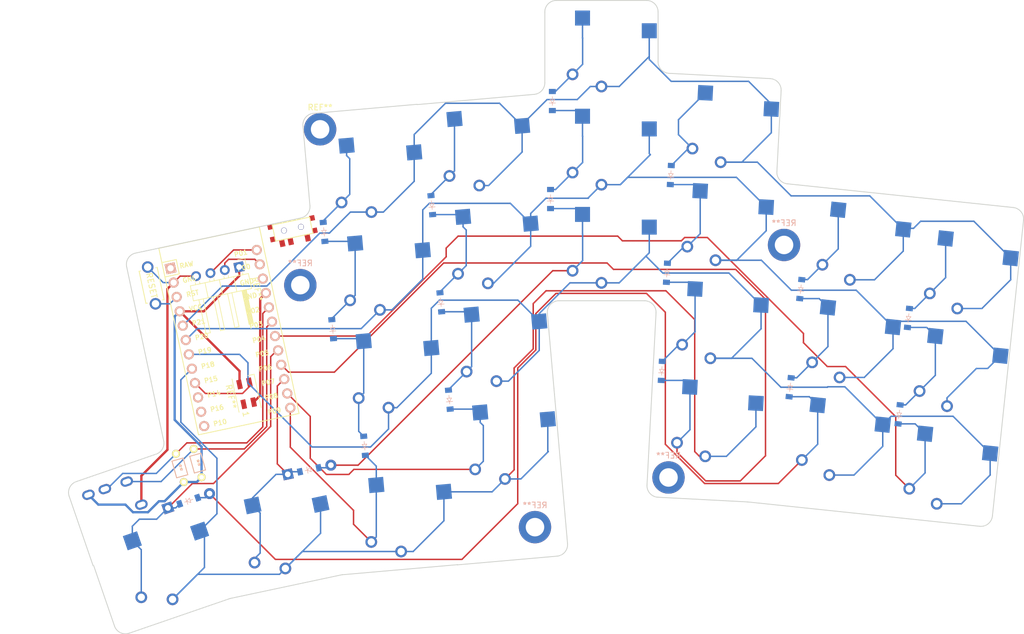
<source format=kicad_pcb>
(kicad_pcb (version 20211014) (generator pcbnew)
  (title_block (title "skyline_pcb") (rev "v1.0.0") (company "Unknown"))
  (layers (0 "F.Cu" signal) (31 "B.Cu" signal) (34 "B.Paste" user) (35 "F.Paste" user) (36 "B.SilkS" user "B.Silkscreen") (37 "F.SilkS" user "F.Silkscreen") (38 "B.Mask" user) (39 "F.Mask" user) (44 "Edge.Cuts" user))
  (net 0 "")
  (net 1 "P4")
  (net 2 "P19")
  (net 3 "P20")
  (net 4 "P21")
  (net 5 "P5")
  (net 6 "P6")
  (net 7 "P18")
  (net 8 "P7")
  (net 9 "P8")
  (net 10 "P9")
  (net 11 "RAW")
  (net 12 "GND")
  (net 13 "RST")
  (net 14 "VCC")
  (net 15 "P15")
  (net 16 "P14")
  (net 17 "P16")
  (net 18 "P10")
  (net 19 "P1")
  (net 20 "P0")
  (net 21 "P2")
  (net 22 "P3")
  (net 23 "undefined")
  (footprint "PG1350" (layer "F.Cu") (at 173.170359 173.283071 12)
    (fp_text reference "S43" hide)
    (fp_text value "" hide)
  )
  (footprint "PG1350" (layer "F.Cu") (at 152.955549 178.825781 19)
    (fp_text reference "S45" hide)
    (fp_text value "" hide)
  )
  (footprint "PG1350" (layer "F.Cu") (at 250.016126 102.820402 -3)
    (fp_text reference "S19" hide)
    (fp_text value "" hide)
  )
  (footprint "PG1350" (layer "F.Cu") (at 287.709757 161.990815 -6)
    (fp_text reference "S1" hide)
    (fp_text value "" hide)
  )
  (footprint "PG1350" (layer "F.Cu") (at 272.681394 123.207464 -6)
    (fp_text reference "S11" hide)
    (fp_text value "" hide)
  )
  (footprint "ComboDiode" (layer "F.Cu") (at 181.086559 120.774879 95)
    (fp_text reference "D14" hide)
    (fp_text value "" hide)
  )
  (footprint "PG1350" (layer "F.Cu") (at 190.249435 128.405063 5)
    (fp_text reference "S37" hide)
    (fp_text value "" hide)
  )
  (footprint "PG1350" (layer "F.Cu") (at 229.082503 106.703441)
    (fp_text reference "S23" hide)
    (fp_text value "" hide)
  )
  (footprint "kbd:R" (layer "F.Cu") (at 159.218226 160.814362 105.5)
    (fp_text reference "**")
    (fp_text value "R" hide)
  )
  (footprint "PG1350" (layer "F.Cu") (at 270.90441 140.114336 174)
    (fp_text reference "S10" hide)
    (fp_text value "" hide)
  )
  (footprint "PG1350" (layer "F.Cu") (at 272.681394 123.207464 174)
    (fp_text reference "S12" hide)
    (fp_text value "" hide)
  )
  (footprint "Connector_PinHeader_2.54mm:PinHeader_1x04_P2.54mm_Horizontal" (layer "F.Cu") (at 166.401488 126.85843 -78)
    (fp_text reference "REF**")
    (fp_text value "PinHeader_1x04_P2.54mm_Horizontal")
  )
  (footprint "PG1350" (layer "F.Cu") (at 287.709757 161.990815 174)
    (fp_text reference "S2" hide)
    (fp_text value "" hide)
  )
  (footprint "ComboDiode" (layer "F.Cu") (at 280.581724 152.374842 84)
    (fp_text reference "D1" hide)
    (fp_text value "" hide)
  )
  (footprint "ComboDiode" (layer "F.Cu") (at 178.54191 161.964544 12)
    (fp_text reference "D16" hide)
    (fp_text value "" hide)
  )
  (footprint "PG1350" (layer "F.Cu") (at 291.263725 128.177071 -6)
    (fp_text reference "S5" hide)
    (fp_text value "" hide)
  )
  (footprint "PG1350" (layer "F.Cu") (at 191.731083 145.340373 5)
    (fp_text reference "S35" hide)
    (fp_text value "" hide)
  )
  (footprint "PG1350" (layer "F.Cu") (at 229.082503 123.703441 180)
    (fp_text reference "S22" hide)
    (fp_text value "" hide)
  )
  (footprint "PG1350" (layer "F.Cu") (at 229.082503 106.703441 180)
    (fp_text reference "S24" hide)
    (fp_text value "" hide)
  )
  (footprint "ComboDiode" (layer "F.Cu") (at 199.732385 116.140991 95)
    (fp_text reference "D12" hide)
    (fp_text value "" hide)
  )
  (footprint "kbd:ResetSW_1side" (layer "F.Cu") (at 151.250364 130.051309 102)
    (fp_text reference "RSW1" hide)
    (fp_text value "SW_PUSH")
  )
  (footprint "PG1350" (layer "F.Cu") (at 229.082503 89.703441)
    (fp_text reference "S25" hide)
    (fp_text value "" hide)
  )
  (footprint "PG1350" (layer "F.Cu") (at 173.170359 173.283071 -168)
    (fp_text reference "S44" hide)
    (fp_text value "" hide)
  )
  (footprint "PG1350" (layer "F.Cu") (at 229.082503 89.703441 180)
    (fp_text reference "S26" hide)
    (fp_text value "" hide)
  )
  (footprint "PG1350" (layer "F.Cu") (at 188.767787 111.469753 5)
    (fp_text reference "S39" hide)
    (fp_text value "" hide)
  )
  (footprint "PG1350" (layer "F.Cu") (at 229.082503 123.703441)
    (fp_text reference "S21" hide)
    (fp_text value "" hide)
  )
  (footprint "ComboDiode" (layer "F.Cu") (at 220.271806 115.08822 90)
    (fp_text reference "D8" hide)
    (fp_text value "" hide)
  )
  (footprint "PG1350" (layer "F.Cu") (at 249.126415 119.797104 177)
    (fp_text reference "S18" hide)
    (fp_text value "" hide)
  )
  (footprint "PG1350" (layer "F.Cu") (at 269.127426 157.021208 174)
    (fp_text reference "S8" hide)
    (fp_text value "" hide)
  )
  (footprint "PG1350" (layer "F.Cu") (at 247.346992 153.750509 177)
    (fp_text reference "S14" hide)
    (fp_text value "" hide)
  )
  (footprint "PG1350" (layer "F.Cu") (at 249.126415 119.797104 -3)
    (fp_text reference "S17" hide)
    (fp_text value "" hide)
  )
  (footprint "PG1350" (layer "F.Cu") (at 207.438377 106.87502 -175)
    (fp_text reference "S34" hide)
    (fp_text value "" hide)
  )
  (footprint "ComboDiode" (layer "F.Cu") (at 241.081771 110.937155 87)
    (fp_text reference "D7" hide)
    (fp_text value "" hide)
  )
  (footprint "PG1350" (layer "F.Cu") (at 208.920025 123.81033 5)
    (fp_text reference "S31" hide)
    (fp_text value "" hide)
  )
  (footprint "PG1350" (layer "F.Cu") (at 208.920025 123.81033 -175)
    (fp_text reference "S32" hide)
    (fp_text value "" hide)
  )
  (footprint "PG1350" (layer "F.Cu") (at 210.401672 140.74564 -175)
    (fp_text reference "S30" hide)
    (fp_text value "" hide)
  )
  (footprint "PG1350" (layer "F.Cu") (at 211.88332 157.68095 5)
    (fp_text reference "S27" hide)
    (fp_text value "" hide)
  )
  (footprint "ComboDiode" (layer "F.Cu") (at 157.675773 167.336409 19)
    (fp_text reference "D17" hide)
    (fp_text value "" hide)
  )
  (footprint "LED_SMD:LED_SK6812MINI_PLCC4_3.5x3.5mm_P1.75mm" (layer "F.Cu") (at 167.683923 148.726775 102)
    (fp_text reference "REF**")
    (fp_text value "LED_SK6812MINI_PLCC4_3.5x3.5mm_P1.75mm")
  )
  (footprint "PG1350" (layer "F.Cu") (at 289.486741 145.083943 -6)
    (fp_text reference "S3" hide)
    (fp_text value "" hide)
  )
  (footprint "PG1350" (layer "F.Cu") (at 211.88332 157.68095 -175)
    (fp_text reference "S28" hide)
    (fp_text value "" hide)
  )
  (footprint "PG1350" (layer "F.Cu") (at 191.731083 145.340373 -175)
    (fp_text reference "S36" hide)
    (fp_text value "" hide)
  )
  (footprint "E73:SPDT_C128955" (layer "F.Cu") (at 175.623919 120.230746 12)
    (fp_text reference "T1" hide)
    (fp_text value "" hide)
  )
  (footprint "ComboDiode" (layer "F.Cu") (at 201.287558 132.964438 95)
    (fp_text reference "D11" hide)
    (fp_text value "" hide)
  )
  (footprint "PG1350" (layer "F.Cu") (at 193.909976 170.245241 5)
    (fp_text reference "S41" hide)
    (fp_text value "" hide)
  )
  (footprint "PG1350" (layer "F.Cu") (at 188.767787 111.469753 -175)
    (fp_text reference "S40" hide)
    (fp_text value "" hide)
  )
  (footprint "TRRS-PJ-320A-dual" (layer "F.Cu") (at 137.299664 167.333801 109)
    (fp_text reference "REF**")
    (fp_text value "TRRS-PJ-320A-dual")
  )
  (footprint "ComboDiode" (layer "F.Cu") (at 263.565876 130.688472 84)
    (fp_text reference "D4" hide)
    (fp_text value "" hide)
  )
  (footprint "ComboDiode" (layer "F.Cu") (at 240.411017 127.85506 87)
    (fp_text reference "D6" hide)
    (fp_text value "" hide)
  )
  (footprint "PG1350" (layer "F.Cu") (at 190.249435 128.405063 -175)
    (fp_text reference "S38" hide)
    (fp_text value "" hide)
  )
  (footprint "ProMicro" (layer "F.Cu") (at 164.894511 139.158002 -78)
    (fp_text reference "MCU1" hide)
    (fp_text value "" hide)
  )
  (footprint "ComboDiode" (layer "F.Cu") (at 188.092211 157.815402 95)
    (fp_text reference "D15" hide)
    (fp_text value "" hide)
  )
  (footprint "ComboDiode" (layer "F.Cu") (at 282.19793 135.681863 84)
    (fp_text reference "D2" hide)
    (fp_text value "" hide)
  )
  (footprint "PG1350" (layer "F.Cu") (at 152.955549 178.825781 -161)
    (fp_text reference "S46" hide)
    (fp_text value "" hide)
  )
  (footprint "PG1350" (layer "F.Cu") (at 210.401672 140.74564 5)
    (fp_text reference "S29" hide)
    (fp_text value "" hide)
  )
  (footprint "PG1350" (layer "F.Cu") (at 193.909976 170.245241 -175)
    (fp_text reference "S42" hide)
    (fp_text value "" hide)
  )
  (footprint "PG1350" (layer "F.Cu") (at 248.236703 136.773806 -3)
    (fp_text reference "S15" hide)
    (fp_text value "" hide)
  )
  (footprint "ComboDiode" (layer "F.Cu") (at 220.586513 98.118303 90)
    (fp_text reference "D9" hide)
    (fp_text value "" hide)
  )
  (footprint "PG1350" (layer "F.Cu") (at 207.438377 106.87502 5)
    (fp_text reference "S33" hide)
    (fp_text value "" hide)
  )
  (footprint "ComboDiode" (layer "F.Cu") (at 261.726086 147.679565 84)
    (fp_text reference "D3" hide)
    (fp_text value "" hide)
  )
  (footprint "PG1350" (layer "F.Cu") (at 291.263725 128.177071 174)
    (fp_text reference "S6" hide)
    (fp_text value "" hide)
  )
  (footprint "MountingHole:MountingHole_3.2mm_M3_DIN965_Pad_TopBottom" (layer "F.Cu") (at 180.407787 103.019753)
    (fp_text reference "REF**")
    (fp_text value "MountingHole_3.2mm_M3_DIN965_Pad_TopBottom")
  )
  (footprint "ComboDiode" (layer "F.Cu") (at 182.577124 137.618256 95)
    (fp_text reference "D13" hide)
    (fp_text value "" hide)
  )
  (footprint "ComboDiode" (layer "F.Cu") (at 239.516679 144.847492 87)
    (fp_text reference "D5" hide)
    (fp_text value "" hide)
  )
  (footprint "kbd:R" (layer "F.Cu") (at 156.146583 161.646265 105.5)
    (fp_text reference "**")
    (fp_text value "R" hide)
  )
  (footprint "PG1350" (layer "F.Cu") (at 289.486741 145.083943 174)
    (fp_text reference "S4" hide)
    (fp_text value "" hide)
  )
  (footprint "PG1350" (layer "F.Cu") (at 250.016126 102.820402 177)
    (fp_text reference "S20" hide)
    (fp_text value "" hide)
  )
  (footprint "PG1350" (layer "F.Cu") (at 269.127426 157.021208 -6)
    (fp_text reference "S7" hide)
    (fp_text value "" hide)
  )
  (footprint "PG1350" (layer "F.Cu") (at 247.346992 153.750509 -3)
    (fp_text reference "S13" hide)
    (fp_text value "" hide)
  )
  (footprint "PG1350" (layer "F.Cu") (at 270.90441 140.114336 -6)
    (fp_text reference "S9" hide)
    (fp_text value "" hide)
  )
  (footprint "ComboDiode" (layer "F.Cu") (at 202.761001 149.825106 95)
    (fp_text reference "D10" hide)
    (fp_text value "" hide)
  )
  (footprint "PG1350" (layer "F.Cu") (at 248.236703 136.773806 177)
    (fp_text reference "S16" hide)
    (fp_text value "" hide)
  )
  (footprint "MountingHole:MountingHole_3.2mm_M3_DIN965_Pad_TopBottom" (layer "B.Cu") (at 240.682503 163.303441 180)
    (fp_text reference "REF**")
    (fp_text value "MountingHole_3.2mm_M3_DIN965_Pad_TopBottom")
  )
  (footprint "MountingHole:MountingHole_3.2mm_M3_DIN965_Pad_TopBottom" (layer "B.Cu") (at 217.582503 171.903441 180)
    (fp_text reference "REF**")
    (fp_text value "MountingHole_3.2mm_M3_DIN965_Pad_TopBottom")
  )
  (footprint "MountingHole:MountingHole_3.2mm_M3_DIN965_Pad_TopBottom" (layer "B.Cu") (at 260.672503 123.043441 180)
    (fp_text reference "REF**")
    (fp_text value "MountingHole_3.2mm_M3_DIN965_Pad_TopBottom")
  )
  (footprint "MountingHole:MountingHole_3.2mm_M3_DIN965_Pad_TopBottom" (layer "B.Cu") (at 176.982503 130.003441 180)
    (fp_text reference "REF**")
    (fp_text value "MountingHole_3.2mm_M3_DIN965_Pad_TopBottom")
  )
  (gr_line (start 141.125464 178.562961) (end 141.220016 178.530404) (layer "Edge.Cuts") (width 0.15))
  (gr_line (start 146.937292 126.821945) (end 153.341655 156.952107) (layer "Edge.Cuts") (width 0.15))
  (gr_arc (start 223.214832 174.758328) (mid 222.754546 176.218227) (end 221.396753 176.925029) (layer "Edge.Cuts") (width 0.15))
  (gr_line (start 238.882503 82.703441) (end 238.882503 91.326634) (layer "Edge.Cuts") (width 0.15))
  (gr_arc (start 146.937292 126.821945) (mid 147.216249 125.316862) (end 148.477764 124.449827) (layer "Edge.Cuts") (width 0.15))
  (gr_arc (start 236.529013 132.703441) (mid 237.979766 133.326727) (end 238.526272 134.808113) (layer "Edge.Cuts") (width 0.15))
  (gr_line (start 220.861627 147.861071) (end 220.948782 148.857266) (layer "Edge.Cuts") (width 0.15))
  (gr_line (start 221.282503 80.703441) (end 236.882503 80.703441) (layer "Edge.Cuts") (width 0.15))
  (gr_line (start 259.434595 110.357073) (end 260.169047 96.342888) (layer "Edge.Cuts") (width 0.15))
  (gr_line (start 177.436186 102.422942) (end 178.6452 116.242043) (layer "Edge.Cuts") (width 0.15))
  (gr_arc (start 153.341655 156.952107) (mid 153.126066 158.352766) (end 152.036496 159.258967) (layer "Edge.Cuts") (width 0.15))
  (gr_line (start 136.990748 166.554875) (end 141.125464 178.562961) (layer "Edge.Cuts") (width 0.15))
  (gr_arc (start 147.375996 190.265561) (mid 145.848142 190.172088) (end 144.833822 189.025661) (layer "Edge.Cuts") (width 0.15))
  (gr_line (start 147.375996 190.265561) (end 164.704714 184.298805) (layer "Edge.Cuts") (width 0.15))
  (gr_line (start 277.321043 169.948492) (end 294.526272 171.756834) (layer "Edge.Cuts") (width 0.15))
  (gr_line (start 164.940027 184.233547) (end 184.234874 180.132301) (layer "Edge.Cuts") (width 0.15))
  (gr_line (start 238.031446 144.24995) (end 238.526272 134.808113) (layer "Edge.Cuts") (width 0.15))
  (gr_line (start 221.718123 132.703441) (end 236.529013 132.703441) (layer "Edge.Cuts") (width 0.15))
  (gr_arc (start 300.327601 116.560869) (mid 301.672836 117.291272) (end 302.107588 118.75897) (layer "Edge.Cuts") (width 0.15))
  (gr_arc (start 164.704714 184.298805) (mid 164.821373 184.262579) (end 164.940027 184.233547) (layer "Edge.Cuts") (width 0.15))
  (gr_line (start 238.85638 166.723924) (end 254.331332 167.534932) (layer "Edge.Cuts") (width 0.15))
  (gr_line (start 237.97911 145.24858) (end 238.031446 144.24995) (layer "Edge.Cuts") (width 0.15))
  (gr_line (start 184.236077 180.146052) (end 184.234874 180.132301) (layer "Edge.Cuts") (width 0.15))
  (gr_arc (start 219.282503 82.703441) (mid 219.868272 81.28921) (end 221.282503 80.703441) (layer "Edge.Cuts") (width 0.15))
  (gr_arc (start 236.882503 80.703441) (mid 238.296739 81.289205) (end 238.882503 82.703441) (layer "Edge.Cuts") (width 0.15))
  (gr_arc (start 254.331332 167.534932) (mid 254.383578 167.538357) (end 254.435717 167.543147) (layer "Edge.Cuts") (width 0.15))
  (gr_arc (start 261.222797 112.450788) (mid 259.911043 111.76064) (end 259.434596 110.357073) (layer "Edge.Cuts") (width 0.15))
  (gr_line (start 179.254264 100.256241) (end 197.185768 98.687438) (layer "Edge.Cuts") (width 0.15))
  (gr_arc (start 219.725733 134.877752) (mid 220.243593 133.352282) (end 221.718124 132.70344) (layer "Edge.Cuts") (width 0.15))
  (gr_line (start 177.068634 118.372649) (end 148.477764 124.449826) (layer "Edge.Cuts") (width 0.15))
  (gr_line (start 197.185768 98.687438) (end 197.190126 98.737247) (layer "Edge.Cuts") (width 0.15))
  (gr_line (start 141.220016 178.530404) (end 144.833822 189.025661) (layer "Edge.Cuts") (width 0.15))
  (gr_arc (start 240.777831 93.323893) (mid 239.431773 92.703325) (end 238.882503 91.326634) (layer "Edge.Cuts") (width 0.15))
  (gr_line (start 219.282503 82.703441) (end 219.282503 94.971752) (layer "Edge.Cuts") (width 0.15))
  (gr_arc (start 178.6452 116.242043) (mid 178.260557 117.606025) (end 177.068634 118.372649) (layer "Edge.Cuts") (width 0.15))
  (gr_arc (start 258.27646 94.240957) (mid 259.658084 94.899949) (end 260.169047 96.342888) (layer "Edge.Cuts") (width 0.15))
  (gr_line (start 184.236077 180.146052) (end 204.159971 178.402937) (layer "Edge.Cuts") (width 0.15))
  (gr_line (start 261.222797 112.450788) (end 283.122373 114.752526) (layer "Edge.Cuts") (width 0.15))
  (gr_line (start 283.122373 114.752527) (end 300.327601 116.560869) (layer "Edge.Cuts") (width 0.15))
  (gr_arc (start 177.436186 102.422942) (mid 177.896479 100.963048) (end 179.254263 100.256241) (layer "Edge.Cuts") (width 0.15))
  (gr_arc (start 136.990748 166.554875) (mid 137.084188 165.026985) (end 138.230649 164.012702) (layer "Edge.Cuts") (width 0.15))
  (gr_arc (start 238.85638 166.723924) (mid 237.474763 166.064925) (end 236.963793 164.621993) (layer "Edge.Cuts") (width 0.15))
  (gr_line (start 220.948782 148.857266) (end 223.214832 174.758328) (layer "Edge.Cuts") (width 0.15))
  (gr_line (start 197.190126 98.737247) (end 217.456815 96.964142) (layer "Edge.Cuts") (width 0.15))
  (gr_line (start 204.162585 178.432823) (end 204.159971 178.402937) (layer "Edge.Cuts") (width 0.15))
  (gr_arc (start 219.282503 94.971752) (mid 218.757044 96.32292) (end 217.456814 96.964141) (layer "Edge.Cuts") (width 0.15))
  (gr_line (start 152.036497 159.258967) (end 138.230649 164.012702) (layer "Edge.Cuts") (width 0.15))
  (gr_line (start 236.963793 164.621993) (end 237.97911 145.24858) (layer "Edge.Cuts") (width 0.15))
  (gr_line (start 296.724372 169.976847) (end 302.107588 118.75897) (layer "Edge.Cuts") (width 0.15))
  (gr_arc (start 296.724372 169.976847) (mid 295.993969 171.322081) (end 294.526272 171.756833) (layer "Edge.Cuts") (width 0.15))
  (gr_line (start 204.162585 178.432823) (end 221.396754 176.925029) (layer "Edge.Cuts") (width 0.15))
  (gr_line (start 219.725733 134.877752) (end 220.861627 147.861071) (layer "Edge.Cuts") (width 0.15))
  (gr_line (start 240.777831 93.323893) (end 258.27646 94.240957) (layer "Edge.Cuts") (width 0.15))
  (gr_line (start 254.435717 167.543147) (end 277.321043 169.948492) (layer "Edge.Cuts") (width 0.15))
  (segment (start 188.492947 138.815962) (end 202.215053 125.093856) (width 0.25) (layer "F.Cu") (net 1))
  (segment (start 202.215053 125.093856) (end 202.215053 123.583587) (width 0.25) (layer "F.Cu") (net 1))
  (segment (start 202.215053 123.583587) (end 204.284818 121.513822) (width 0.25) (layer "F.Cu") (net 1))
  (segment (start 243.482736 121.746911) (end 247.408383 121.746911) (width 0.25) (layer "F.Cu") (net 1))
  (segment (start 271.317693 144.098734) (end 279.998417 152.779458) (width 0.25) (layer "F.Cu") (net 1))
  (segment (start 279.998417 152.779458) (end 279.998417 162.905834) (width 0.25) (layer "F.Cu") (net 1))
  (segment (start 247.408383 121.746911) (end 264.03296 138.371488) (width 0.25) (layer "F.Cu") (net 1))
  (segment (start 242.90439 122.325257) (end 243.482736 121.746911) (width 0.25) (layer "F.Cu") (net 1))
  (segment (start 264.03296 138.371488) (end 264.03296 139.9648) (width 0.25) (layer "F.Cu") (net 1))
  (segment (start 231.894468 121.513822) (end 232.705903 122.325257) (width 0.25) (layer "F.Cu") (net 1))
  (segment (start 204.284818 121.513822) (end 231.894468 121.513822) (width 0.25) (layer "F.Cu") (net 1))
  (segment (start 232.705903 122.325257) (end 242.90439 122.325257) (width 0.25) (layer "F.Cu") (net 1))
  (segment (start 172.612044 138.815962) (end 188.492947 138.815962) (width 0.25) (layer "F.Cu") (net 1))
  (segment (start 264.03296 139.9648) (end 268.166894 144.098734) (width 0.25) (layer "F.Cu") (net 1))
  (segment (start 279.998417 162.905834) (end 282.339939 165.247356) (width 0.25) (layer "F.Cu") (net 1))
  (segment (start 268.166894 144.098734) (end 271.317693 144.098734) (width 0.25) (layer "F.Cu") (net 1))
  (segment (start 285.893907 131.433612) (end 288.62861 128.698909) (width 0.25) (layer "B.Cu") (net 1))
  (segment (start 284.116923 148.340484) (end 286.851626 145.605781) (width 0.25) (layer "B.Cu") (net 1))
  (segment (start 283.286617 134.040902) (end 285.893907 131.433612) (width 0.25) (layer "B.Cu") (net 1))
  (segment (start 282.025458 137.322824) (end 285.350243 137.322824) (width 0.25) (layer "B.Cu") (net 1))
  (segment (start 288.62861 128.698909) (end 288.62861 121.917335) (width 0.25) (layer "B.Cu") (net 1))
  (segment (start 280.409252 154.015803) (end 283.359366 154.015803) (width 0.25) (layer "B.Cu") (net 1))
  (segment (start 282.370402 134.040902) (end 283.286617 134.040902) (width 0.25) (layer "B.Cu") (net 1))
  (segment (start 285.350243 137.322824) (end 286.851626 138.824207) (width 0.25) (layer "B.Cu") (net 1))
  (segment (start 282.339939 165.247356) (end 285.074642 162.512653) (width 0.25) (layer "B.Cu") (net 1))
  (segment (start 286.851626 145.605781) (end 286.851626 138.824207) (width 0.25) (layer "B.Cu") (net 1))
  (segment (start 285.074642 162.512653) (end 285.074642 155.731079) (width 0.25) (layer "B.Cu") (net 1))
  (segment (start 281.723526 150.733881) (end 284.116923 148.340484) (width 0.25) (layer "B.Cu") (net 1))
  (segment (start 280.754196 150.733881) (end 281.723526 150.733881) (width 0.25) (layer "B.Cu") (net 1))
  (segment (start 283.359366 154.015803) (end 285.074642 155.731079) (width 0.25) (layer "B.Cu") (net 1))
  (segment (start 279.202851 152.702949) (end 289.908025 152.702949) (width 0.25) (layer "B.Cu") (net 2))
  (segment (start 255.113208 142.66572) (end 260.124243 147.676755) (width 0.25) (layer "B.Cu") (net 2))
  (segment (start 296.331407 162.881313) (end 296.331407 159.126331) (width 0.25) (layer "B.Cu") (net 2))
  (segment (start 237.357503 124.395812) (end 237.357503 119.953441) (width 0.25) (layer "B.Cu") (net 2))
  (segment (start 260.124243 147.676755) (end 268.166154 147.676755) (width 0.25) (layer "B.Cu") (net 2))
  (segment (start 192.245302 151.217922) (end 193.682142 151.217922) (width 0.25) (layer "B.Cu") (net 2))
  (segment (start 214.631283 132.60163) (end 218.318349 136.288696) (width 0.25) (layer "B.Cu") (net 2))
  (segment (start 247.927921 142.66572) (end 251.59247 142.66572) (width 0.25) (layer "B.Cu") (net 2))
  (segment (start 199.64776 140.883429) (end 199.64776 134.002084) (width 0.25) (layer "B.Cu") (net 2))
  (segment (start 268.24348 147.599429) (end 271.191781 147.599429) (width 0.25) (layer "B.Cu") (net 2))
  (segment (start 218.318349 136.288696) (end 218.318349 134.917193) (width 0.25) (layer "B.Cu") (net 2))
  (segment (start 251.59247 142.66572) (end 256.696622 137.561568) (width 0.25) (layer "B.Cu") (net 2))
  (segment (start 199.64776 145.252304) (end 199.64776 140.883429) (width 0.25) (layer "B.Cu") (net 2))
  (segment (start 232.149874 129.603441) (end 236.775954 124.97736) (width 0.25) (layer "B.Cu") (net 2))
  (segment (start 210.915891 146.623189) (end 212.991208 146.623189) (width 0.25) (layer "B.Cu") (net 2))
  (segment (start 268.510708 162.888887) (end 272.771895 162.888887) (width 0.25) (layer "B.Cu") (net 2))
  (segment (start 218.318349 141.296048) (end 218.318349 136.288696) (width 0.25) (layer "B.Cu") (net 2))
  (segment (start 193.682142 151.217922) (end 199.64776 145.252304) (width 0.25) (layer "B.Cu") (net 2))
  (segment (start 277.749076 154.156724) (end 279.202851 152.702949) (width 0.25) (layer "B.Cu") (net 2))
  (segment (start 256.696622 133.462025) (end 251.138894 127.904297) (width 0.25) (layer "B.Cu") (net 2))
  (segment (start 247.927921 142.66572) (end 255.113208 142.66572) (width 0.25) (layer "B.Cu") (net 2))
  (segment (start 189.125226 158.029002) (end 179.011062 158.029002) (width 0.25) (layer "B.Cu") (net 2))
  (segment (start 239.702891 127.904297) (end 236.775954 124.97736) (width 0.25) (layer "B.Cu") (net 2))
  (segment (start 201.048214 132.60163) (end 214.631283 132.60163) (width 0.25) (layer "B.Cu") (net 2))
  (segment (start 268.166154 147.676755) (end 268.24348 147.599429) (width 0.25) (layer "B.Cu") (net 2))
  (segment (start 272.771895 162.888887) (end 277.749076 157.911706) (width 0.25) (layer "B.Cu") (net 2))
  (segment (start 199.64776 134.002084) (end 201.048214 132.60163) (width 0.25) (layer "B.Cu") (net 2))
  (segment (start 179.011062 158.029002) (end 167.924382 146.942322) (width 0.25) (layer "B.Cu") (net 2))
  (segment (start 271.191781 147.599429) (end 277.749076 154.156724) (width 0.25) (layer "B.Cu") (net 2))
  (segment (start 236.775954 124.97736) (end 237.357503 124.395812) (width 0.25) (layer "B.Cu") (net 2))
  (segment (start 229.082503 129.603441) (end 232.149874 129.603441) (width 0.25) (layer "B.Cu") (net 2))
  (segment (start 192.245302 154.908926) (end 189.125226 158.029002) (width 0.25) (layer "B.Cu") (net 2))
  (segment (start 251.138894 127.904297) (end 239.702891 127.904297) (width 0.25) (layer "B.Cu") (net 2))
  (segment (start 167.924382 143.441265) (end 166.467654 141.984537) (width 0.25) (layer "B.Cu") (net 2))
  (segment (start 223.632101 129.603441) (end 229.082503 129.603441) (width 0.25) (layer "B.Cu") (net 2))
  (segment (start 212.991208 146.623189) (end 218.318349 141.296048) (width 0.25) (layer "B.Cu") (net 2))
  (segment (start 192.245302 151.217922) (end 192.245302 154.908926) (width 0.25) (layer "B.Cu") (net 2))
  (segment (start 277.749076 157.911706) (end 277.749076 154.156724) (width 0.25) (layer "B.Cu") (net 2))
  (segment (start 167.924382 146.942322) (end 167.924382 143.441265) (width 0.25) (layer "B.Cu") (net 2))
  (segment (start 166.467654 141.984537) (end 157.705074 141.984537) (width 0.25) (layer "B.Cu") (net 2))
  (segment (start 256.696622 137.561568) (end 256.696622 133.462025) (width 0.25) (layer "B.Cu") (net 2))
  (segment (start 289.908025 152.702949) (end 296.331407 159.126331) (width 0.25) (layer "B.Cu") (net 2))
  (segment (start 291.354226 167.858494) (end 296.331407 162.881313) (width 0.25) (layer "B.Cu") (net 2))
  (segment (start 287.093039 167.858494) (end 291.354226 167.858494) (width 0.25) (layer "B.Cu") (net 2))
  (segment (start 218.318349 134.917193) (end 223.632101 129.603441) (width 0.25) (layer "B.Cu") (net 2))
  (segment (start 226.817887 114.868057) (end 229.082503 112.603441) (width 0.25) (layer "B.Cu") (net 3))
  (segment (start 257.586334 120.584866) (end 257.586334 116.485323) (width 0.25) (layer "B.Cu") (net 3))
  (segment (start 248.817633 125.689018) (end 252.482182 125.689018) (width 0.25) (layer "B.Cu") (net 3))
  (segment (start 279.52606 141.004834) (end 279.52606 137.249852) (width 0.25) (layer "B.Cu") (net 3))
  (segment (start 293.951856 144.432949) (end 295.894901 144.432949) (width 0.25) (layer "B.Cu") (net 3))
  (segment (start 273.154359 130.878151) (end 279.52606 137.249852) (width 0.25) (layer "B.Cu") (net 3))
  (segment (start 252.434518 111.333507) (end 257.586334 116.485323) (width 0.25) (layer "B.Cu") (net 3))
  (segment (start 213.320025 115.836709) (end 216.836702 119.353386) (width 0.25) (layer "B.Cu") (net 3))
  (segment (start 288.870023 149.514782) (end 293.951856 144.432949) (width 0.25) (layer "B.Cu") (net 3))
  (segment (start 226.817887 114.955659) (end 226.817887 114.868057) (width 0.25) (layer "B.Cu") (net 3))
  (segment (start 280.515079 136.260833) (end 292.149765 136.260833) (width 0.25) (layer "B.Cu") (net 3))
  (segment (start 233.616357 111.333507) (end 252.434518 111.333507) (width 0.25) (layer "B.Cu") (net 3))
  (segment (start 216.836702 119.353386) (end 216.836702 117.592472) (width 0.25) (layer "B.Cu") (net 3))
  (segment (start 187.513499 137.532767) (end 159.144253 137.532767) (width 0.25) (layer "B.Cu") (net 3))
  (segment (start 198.166112 116.969429) (end 199.298832 115.836709) (width 0.25) (layer "B.Cu") (net 3))
  (segment (start 216.836702 123.271425) (end 216.836702 119.353386) (width 0.25) (layer "B.Cu") (net 3))
  (segment (start 292.149765 136.260833) (end 298.108391 142.219459) (width 0.25) (layer "B.Cu") (net 3))
  (segment (start 198.166112 128.955471) (end 198.166112 123.948119) (width 0.25) (layer "B.Cu") (net 3))
  (segment (start 192.838971 134.282612) (end 198.166112 128.955471) (width 0.25) (layer "B.Cu") (net 3))
  (segment (start 216.836702 117.592472) (end 219.473515 114.955659) (width 0.25) (layer "B.Cu") (net 3))
  (segment (start 237.546827 107.403037) (end 237.357503 107.213713) (width 0.25) (layer "B.Cu") (net 3))
  (segment (start 252.482182 125.689018) (end 257.586334 120.584866) (width 0.25) (layer "B.Cu") (net 3))
  (segment (start 229.082503 112.603441) (end 232.346423 112.603441) (width 0.25) (layer "B.Cu") (net 3))
  (segment (start 237.357503 107.213713) (end 237.357503 102.953441) (width 0.25) (layer "B.Cu") (net 3))
  (segment (start 190.763654 134.282612) (end 192.838971 134.282612) (width 0.25) (layer "B.Cu") (net 3))
  (segment (start 190.763654 134.282612) (end 187.513499 137.532767) (width 0.25) (layer "B.Cu") (net 3))
  (segment (start 232.346423 112.603441) (end 233.616357 111.333507) (width 0.25) (layer "B.Cu") (net 3))
  (segment (start 159.144253 137.532767) (end 157.176978 139.500042) (width 0.25) (layer "B.Cu") (net 3))
  (segment (start 295.894901 144.432949) (end 298.108391 142.219459) (width 0.25) (layer "B.Cu") (net 3))
  (segment (start 219.473515 114.955659) (end 226.817887 114.955659) (width 0.25) (layer "B.Cu") (net 3))
  (segment (start 248.817633 125.689018) (end 256.752577 125.689018) (width 0.25) (layer "B.Cu") (net 3))
  (segment (start 279.52606 137.249852) (end 280.515079 136.260833) (width 0.25) (layer "B.Cu") (net 3))
  (segment (start 210.420248 129.687879) (end 216.836702 123.271425) (width 0.25) (layer "B.Cu") (net 3))
  (segment (start 256.752577 125.689018) (end 261.94171 130.878151) (width 0.25) (layer "B.Cu") (net 3))
  (segment (start 198.166112 123.948119) (end 198.166112 116.969429) (width 0.25) (layer "B.Cu") (net 3))
  (segment (start 232.346423 112.603441) (end 237.546827 107.403037) (width 0.25) (layer "B.Cu") (net 3))
  (segment (start 261.94171 130.878151) (end 273.154359 130.878151) (width 0.25) (layer "B.Cu") (net 3))
  (segment (start 288.870023 150.951622) (end 288.870023 149.514782) (width 0.25) (layer "B.Cu") (net 3))
  (segment (start 270.287692 145.982015) (end 274.548879 145.982015) (width 0.25) (layer "B.Cu") (net 3))
  (segment (start 209.434244 129.687879) (end 210.420248 129.687879) (width 0.25) (layer "B.Cu") (net 3))
  (segment (start 274.548879 145.982015) (end 279.52606 141.004834) (width 0.25) (layer "B.Cu") (net 3))
  (segment (start 199.298832 115.836709) (end 213.320025 115.836709) (width 0.25) (layer "B.Cu") (net 3))
  (segment (start 283.077985 120.16357) (end 284.301759 118.939796) (width 0.25) (layer "B.Cu") (net 4))
  (segment (start 275.500866 114.540802) (end 281.303044 120.34298) (width 0.25) (layer "B.Cu") (net 4))
  (segment (start 191.357323 117.347302) (end 196.684464 112.020161) (width 0.25) (layer "B.Cu") (net 4))
  (segment (start 256.065899 108.712316) (end 261.894385 114.540802) (width 0.25) (layer "B.Cu") (net 4))
  (segment (start 196.684464 112.020161) (end 196.684464 107.012809) (width 0.25) (layer "B.Cu") (net 4))
  (segment (start 180.372584 120.976151) (end 171.187557 130.161178) (width 0.25) (layer "B.Cu") (net 4))
  (segment (start 219.679432 97.864551) (end 224.895995 97.864551) (width 0.25) (layer "B.Cu") (net 4))
  (segment (start 284.301759 118.939796) (end 293.512584 118.939796) (width 0.25) (layer "B.Cu") (net 4))
  (segment (start 232.149874 95.603441) (end 237.357503 90.395812) (width 0.25) (layer "B.Cu") (net 4))
  (segment (start 281.303044 120.34298) (end 281.482454 120.16357) (width 0.25) (layer "B.Cu") (net 4))
  (segment (start 249.707344 108.712316) (end 256.065899 108.712316) (width 0.25) (layer "B.Cu") (net 4))
  (segment (start 276.325863 129.075143) (end 281.303044 124.097962) (width 0.25) (layer "B.Cu") (net 4))
  (segment (start 258.476045 103.608164) (end 258.476045 99.508621) (width 0.25) (layer "B.Cu") (net 4))
  (segment (start 229.082503 95.603441) (end 232.149874 95.603441) (width 0.25) (layer "B.Cu") (net 4))
  (segment (start 253.371893 108.712316) (end 258.476045 103.608164) (width 0.25) (layer "B.Cu") (net 4))
  (segment (start 209.555822 112.752569) (end 215.355054 106.953337) (width 0.25) (layer "B.Cu") (net 4))
  (segment (start 182.025861 120.976151) (end 180.372584 120.976151) (width 0.25) (layer "B.Cu") (net 4))
  (segment (start 227.157105 95.603441) (end 229.082503 95.603441) (width 0.25) (layer "B.Cu") (net 4))
  (segment (start 202.09398 98.508979) (end 211.445957 98.508979) (width 0.25) (layer "B.Cu") (net 4))
  (segment (start 207.952596 112.752569) (end 209.555822 112.752569) (width 0.25) (layer "B.Cu") (net 4))
  (segment (start 281.482454 120.16357) (end 283.077985 120.16357) (width 0.25) (layer "B.Cu") (net 4))
  (segment (start 272.064676 129.075143) (end 276.325863 129.075143) (width 0.25) (layer "B.Cu") (net 4))
  (segment (start 299.885375 129.067569) (end 299.885375 125.312587) (width 0.25) (layer "B.Cu") (net 4))
  (segment (start 281.303044 124.097962) (end 281.303044 120.34298) (width 0.25) (layer "B.Cu") (net 4))
  (segment (start 249.707344 108.712316) (end 253.371893 108.712316) (width 0.25) (layer "B.Cu") (net 4))
  (segment (start 196.684464 107.012809) (end 196.684464 103.918495) (width 0.25) (layer "B.Cu") (net 4))
  (segment (start 290.647007 134.04475) (end 294.908194 134.04475) (width 0.25) (layer "B.Cu") (net 4))
  (segment (start 215.355054 102.188929) (end 219.679432 97.864551) (width 0.25) (layer "B.Cu") (net 4))
  (segment (start 261.894385 114.540802) (end 275.500866 114.540802) (width 0.25) (layer "B.Cu") (net 4))
  (segment (start 196.684464 103.918495) (end 202.09398 98.508979) (width 0.25) (layer "B.Cu") (net 4))
  (segment (start 211.445957 98.508979) (end 215.355054 102.418076) (width 0.25) (layer "B.Cu") (net 4))
  (segment (start 215.355054 102.418076) (end 215.355054 102.188929) (width 0.25) (layer "B.Cu") (net 4))
  (segment (start 258.476045 98.646646) (end 258.476045 99.508621) (width 0.25) (layer "B.Cu") (net 4))
  (segment (start 237.357503 85.953441) (end 237.357503 90.923014) (width 0.25) (layer "B.Cu") (net 4))
  (segment (start 163.503252 130.161178) (end 156.648883 137.015547) (width 0.25) (layer "B.Cu") (net 4))
  (segment (start 189.282006 117.347302) (end 185.65471 117.347302) (width 0.25) (layer "B.Cu") (net 4))
  (segment (start 185.65471 117.347302) (end 182.025861 120.976151) (width 0.25) (layer "B.Cu") (net 4))
  (segment (start 215.355054 106.953337) (end 215.355054 102.418076) (width 0.25) (layer "B.Cu") (net 4))
  (segment (start 293.512584 118.939796) (end 299.885375 125.312587) (width 0.25) (layer "B.Cu") (net 4))
  (segment (start 171.187557 130.161178) (end 163.503252 130.161178) (width 0.25) (layer "B.Cu") (net 4))
  (segment (start 189.282006 117.347302) (end 191.357323 117.347302) (width 0.25) (layer "B.Cu") (net 4))
  (segment (start 241.149271 94.714782) (end 254.544181 94.714782) (width 0.25) (layer "B.Cu") (net 4))
  (segment (start 237.357503 90.923014) (end 241.149271 94.714782) (width 0.25) (layer "B.Cu") (net 4))
  (segment (start 237.357503 90.395812) (end 237.357503 85.953441) (width 0.25) (layer "B.Cu") (net 4))
  (segment (start 254.544181 94.714782) (end 258.476045 98.646646) (width 0.25) (layer "B.Cu") (net 4))
  (segment (start 224.895995 97.864551) (end 227.157105 95.603441) (width 0.25) (layer "B.Cu") (net 4))
  (segment (start 294.908194 134.04475) (end 299.885375 129.067569) (width 0.25) (layer "B.Cu") (net 4))
  (segment (start 214.596156 144.355782) (end 214.596156 167.837814) (width 0.25) (layer "F.Cu") (net 5))
  (segment (start 171.854988 142.386821) (end 172.941352 141.300457) (width 0.25) (layer "F.Cu") (net 5))
  (segment (start 204.946219 177.487751) (end 172.669956 177.487751) (width 0.25) (layer "F.Cu") (net 5))
  (segment (start 221.222626 131.429565) (end 217.727068 134.925123) (width 0.25) (layer "F.Cu") (net 5))
  (segment (start 158.298463 164.351708) (end 161.954951 164.351708) (width 0.25) (layer "F.Cu") (net 5))
  (segment (start 236.866588 131.429565) (end 221.222626 131.429565) (width 0.25) (layer "F.Cu") (net 5))
  (segment (start 214.596156 167.837814) (end 204.946219 177.487751) (width 0.25) (layer "F.Cu") (net 5))
  (segment (start 161.954951 164.351708) (end 171.854988 154.451671) (width 0.25) (layer "F.Cu") (net 5))
  (segment (start 217.727068 134.925123) (end 217.727068 141.22487) (width 0.25) (layer "F.Cu") (net 5))
  (segment (start 172.669956 177.487751) (end 161.278199 166.095994) (width 0.25) (layer "F.Cu") (net 5))
  (segment (start 154.073347 168.576824) (end 158.298463 164.351708) (width 0.25) (layer "F.Cu") (net 5))
  (segment (start 240.137068 157.551266) (end 240.137068 134.700045) (width 0.25) (layer "F.Cu") (net 5))
  (segment (start 171.854988 154.451671) (end 171.854988 142.386821) (width 0.25) (layer "F.Cu") (net 5))
  (segment (start 263.757608 160.277749) (end 259.686883 164.348474) (width 0.25) (layer "F.Cu") (net 5))
  (segment (start 246.934276 164.348474) (end 240.137068 157.551266) (width 0.25) (layer "F.Cu") (net 5))
  (segment (start 259.686883 164.348474) (end 246.934276 164.348474) (width 0.25) (layer "F.Cu") (net 5))
  (segment (start 217.727068 141.22487) (end 214.596156 144.355782) (width 0.25) (layer "F.Cu") (net 5))
  (segment (start 172.941352 141.300457) (end 173.140139 141.300457) (width 0.25) (layer "F.Cu") (net 5))
  (segment (start 240.137068 134.700045) (end 236.866588 131.429565) (width 0.25) (layer "F.Cu") (net 5))
  (segment (start 262.866865 146.038604) (end 265.534592 143.370877) (width 0.25) (layer "B.Cu") (net 5))
  (segment (start 261.898558 146.038604) (end 262.866865 146.038604) (width 0.25) (layer "B.Cu") (net 5))
  (segment (start 149.143417 170.521719) (end 147.921845 171.743291) (width 0.25) (layer "B.Cu") (net 5))
  (segment (start 267.311576 126.464005) (end 270.046279 123.729302) (width 0.25) (layer "B.Cu") (net 5))
  (segment (start 261.553614 149.320526) (end 265.051365 149.320526) (width 0.25) (layer "B.Cu") (net 5))
  (segment (start 264.72807 129.047511) (end 267.311576 126.464005) (width 0.25) (layer "B.Cu") (net 5))
  (segment (start 147.921845 174.266181) (end 149.465115 175.809451) (width 0.25) (layer "B.Cu") (net 5))
  (segment (start 159.235879 166.799222) (end 160.574971 166.799222) (width 0.25) (layer "B.Cu") (net 5))
  (segment (start 268.269295 140.636174) (end 268.269295 133.8546) (width 0.25) (layer "B.Cu") (net 5))
  (segment (start 263.757608 160.277749) (end 266.492311 157.543046) (width 0.25) (layer "B.Cu") (net 5))
  (segment (start 266.492311 157.543046) (end 266.492311 150.761472) (width 0.25) (layer "B.Cu") (net 5))
  (segment (start 265.534592 143.370877) (end 268.269295 140.636174) (width 0.25) (layer "B.Cu") (net 5))
  (segment (start 266.744128 132.329433) (end 268.269295 133.8546) (width 0.25) (layer "B.Cu") (net 5))
  (segment (start 154.073347 168.576824) (end 155.412439 168.576824) (width 0.25) (layer "B.Cu") (net 5))
  (segment (start 154.073347 168.576824) (end 152.128452 170.521719) (width 0.25) (layer "B.Cu") (net 5))
  (segment (start 263.393404 132.329433) (end 266.744128 132.329433) (width 0.25) (layer "B.Cu") (net 5))
  (segment (start 265.051365 149.320526) (end 266.492311 150.761472) (width 0.25) (layer "B.Cu") (net 5))
  (segment (start 155.412439 168.576824) (end 156.115667 167.873596) (width 0.25) (layer "B.Cu") (net 5))
  (segment (start 160.574971 166.799222) (end 161.278199 166.095994) (width 0.25) (layer "B.Cu") (net 5))
  (segment (start 270.046279 123.729302) (end 270.046279 116.947728) (width 0.25) (layer "B.Cu") (net 5))
  (segment (start 147.921845 171.743291) (end 147.921845 174.266181) (width 0.25) (layer "B.Cu") (net 5))
  (segment (start 263.738348 129.047511) (end 264.72807 129.047511) (width 0.25) (layer "B.Cu") (net 5))
  (segment (start 149.465115 175.809451) (end 149.465115 184.046592) (width 0.25) (layer "B.Cu") (net 5))
  (segment (start 152.128452 170.521719) (end 149.143417 170.521719) (width 0.25) (layer "B.Cu") (net 5))
  (segment (start 230.055929 126.162441) (end 201.782864 126.162441) (width 0.25) (layer "F.Cu") (net 6))
  (segment (start 182.877158 145.068147) (end 174.95143 145.068147) (width 0.25) (layer "F.Cu") (net 6))
  (segment (start 242.154968 158.93277) (end 247.120672 163.898474) (width 0.25) (layer "F.Cu") (net 6))
  (segment (start 201.782864 126.162441) (end 182.877158 145.068147) (width 0.25) (layer "F.Cu") (net 6))
  (segment (start 242.154968 157.283621) (end 242.154968 158.93277) (width 0.25) (layer "F.Cu") (net 6))
  (segment (start 257.467068 159.543469) (end 257.467068 132.441992) (width 0.25) (layer "F.Cu") (net 6))
  (segment (start 253.112063 163.898474) (end 257.467068 159.543469) (width 0.25) (layer "F.Cu") (net 6))
  (segment (start 174.95143 145.068147) (end 173.668235 143.784952) (width 0.25) (layer "F.Cu") (net 6))
  (segment (start 257.467068 132.441992) (end 252.295236 127.27016) (width 0.25) (layer "F.Cu") (net 6))
  (segment (start 247.120672 163.898474) (end 253.112063 163.898474) (width 0.25) (layer "F.Cu") (net 6))
  (segment (start 252.295236 127.27016) (end 231.163648 127.27016) (width 0.25) (layer "F.Cu") (net 6))
  (segment (start 231.163648 127.27016) (end 230.055929 126.162441) (width 0.25) (layer "F.Cu") (net 6))
  (segment (start 240.497371 126.207321) (end 243.374476 123.330216) (width 0.25) (layer "B.Cu") (net 6))
  (segment (start 239.430325 146.495231) (end 243.245847 146.495231) (width 0.25) (layer "B.Cu") (net 6))
  (segment (start 245.27759 130.66056) (end 245.27759 138.074007) (width 0.25) (layer "B.Cu") (net 6))
  (segment (start 246.167302 113.683858) (end 246.167302 121.097305) (width 0.25) (layer "B.Cu") (net 6))
  (segment (start 246.167302 121.097305) (end 243.934391 123.330216) (width 0.25) (layer "B.Cu") (net 6))
  (segment (start 245.27759 138.074007) (end 243.044679 140.306918) (width 0.25) (layer "B.Cu") (net 6))
  (segment (start 242.408052 101.356117) (end 242.408052 103.937464) (width 0.25) (layer "B.Cu") (net 6))
  (segment (start 245.068338 112.584894) (end 246.167302 113.683858) (width 0.25) (layer "B.Cu") (net 6))
  (segment (start 241.168125 109.289416) (end 244.104027 106.353514) (width 0.25) (layer "B.Cu") (net 6))
  (segment (start 244.104027 106.353514) (end 244.824102 106.353514) (width 0.25) (layer "B.Cu") (net 6))
  (segment (start 243.245847 146.495231) (end 244.387879 147.637263) (width 0.25) (layer "B.Cu") (net 6))
  (segment (start 239.603033 143.199753) (end 242.495868 140.306918) (width 0.25) (layer "B.Cu") (net 6))
  (segment (start 247.057013 96.707156) (end 242.408052 101.356117) (width 0.25) (layer "B.Cu") (net 6))
  (segment (start 244.119829 129.502799) (end 245.27759 130.66056) (width 0.25) (layer "B.Cu") (net 6))
  (segment (start 242.495868 140.306918) (end 243.044679 140.306918) (width 0.25) (layer "B.Cu") (net 6))
  (segment (start 243.374476 123.330216) (end 243.934391 123.330216) (width 0.25) (layer "B.Cu") (net 6))
  (segment (start 242.408052 103.937464) (end 244.824102 106.353514) (width 0.25) (layer "B.Cu") (net 6))
  (segment (start 244.395671 147.645055) (end 244.387879 147.637263) (width 0.25) (layer "B.Cu") (net 6))
  (segment (start 242.154968 157.283621) (end 244.395671 155.042918) (width 0.25) (layer "B.Cu") (net 6))
  (segment (start 240.324663 129.502799) (end 244.119829 129.502799) (width 0.25) (layer "B.Cu") (net 6))
  (segment (start 240.995417 112.584894) (end 245.068338 112.584894) (width 0.25) (layer "B.Cu") (net 6))
  (segment (start 244.395671 155.042918) (end 244.395671 147.645055) (width 0.25) (layer "B.Cu") (net 6))
  (segment (start 245.217068 135.958474) (end 245.217068 158.818474) (width 0.25) (layer "F.Cu") (net 7))
  (segment (start 245.217068 158.818474) (end 246.041017 159.642423) (width 0.25) (layer "F.Cu") (net 7))
  (segment (start 217.277068 133.200242) (end 219.497745 130.979565) (width 0.25) (layer "F.Cu") (net 7))
  (segment (start 213.972821 144.342721) (end 217.277068 141.038474) (width 0.25) (layer "F.Cu") (net 7))
  (segment (start 212.397539 163.558499) (end 213.972821 161.983217) (width 0.25) (layer "F.Cu") (net 7))
  (segment (start 246.041017 159.642423) (end 247.03821 159.642423) (width 0.25) (layer "F.Cu") (net 7))
  (segment (start 240.238159 130.979565) (end 245.217068 135.958474) (width 0.25) (layer "F.Cu") (net 7))
  (segment (start 217.277068 141.038474) (end 217.277068 133.200242) (width 0.25) (layer "F.Cu") (net 7))
  (segment (start 213.972821 161.983217) (end 213.972821 144.342721) (width 0.25) (layer "F.Cu") (net 7))
  (segment (start 219.497745 130.979565) (end 240.238159 130.979565) (width 0.25) (layer "F.Cu") (net 7))
  (segment (start 196.499512 176.12279) (end 201.826653 170.795649) (width 0.25) (layer "B.Cu") (net 7))
  (segment (start 160.397371 178.883371) (end 154.876401 184.404341) (width 0.25) (layer "B.Cu") (net 7))
  (segment (start 212.397539 163.558499) (end 215.14377 163.558499) (width 0.25) (layer "B.Cu") (net 7))
  (segment (start 173.381039 180.070141) (end 159.210601 180.070141) (width 0.25) (layer "B.Cu") (net 7))
  (segment (start 162.555699 169.589146) (end 162.555699 159.977105) (width 0.25) (layer "B.Cu") (net 7))
  (segment (start 194.424195 176.12279) (end 196.499512 176.12279) (width 0.25) (layer "B.Cu") (net 7))
  (segment (start 210.167741 165.788297) (end 212.397539 163.558499) (width 0.25) (layer "B.Cu") (net 7))
  (segment (start 156.317068 153.738474) (end 156.317068 146.385133) (width 0.25) (layer "B.Cu") (net 7))
  (segment (start 201.826653 170.795649) (end 201.826653 165.788297) (width 0.25) (layer "B.Cu") (net 7))
  (segment (start 174.397038 179.054142) (end 173.381039 180.070141) (width 0.25) (layer "B.Cu") (net 7))
  (segment (start 162.555699 159.977105) (end 156.317068 153.738474) (width 0.25) (layer "B.Cu") (net 7))
  (segment (start 219.799997 158.729458) (end 219.799997 153.224006) (width 0.25) (layer "B.Cu") (net 7))
  (segment (start 247.03821 159.642423) (end 250.702759 159.642423) (width 0.25) (layer "B.Cu") (net 7))
  (segment (start 194.424195 176.12279) (end 177.32839 176.12279) (width 0.25) (layer "B.Cu") (net 7))
  (segment (start 201.826653 165.788297) (end 210.167741 165.788297) (width 0.25) (layer "B.Cu") (net 7))
  (segment (start 219.886404 158.815865) (end 219.799997 158.729458) (width 0.25) (layer "B.Cu") (net 7))
  (segment (start 156.317068 146.385133) (end 158.23317 144.469031) (width 0.25) (layer "B.Cu") (net 7))
  (segment (start 255.806911 154.538271) (end 255.806911 150.438728) (width 0.25) (layer "B.Cu") (net 7))
  (segment (start 177.32839 176.12279) (end 174.397038 179.054142) (width 0.25) (layer "B.Cu") (net 7))
  (segment (start 174.397038 179.054142) (end 180.484862 172.966318) (width 0.25) (layer "B.Cu") (net 7))
  (segment (start 250.702759 159.642423) (end 255.806911 154.538271) (width 0.25) (layer "B.Cu") (net 7))
  (segment (start 159.558835 172.58601) (end 162.555699 169.589146) (width 0.25) (layer "B.Cu") (net 7))
  (segment (start 160.397371 173.424546) (end 160.397371 178.883371) (width 0.25) (layer "B.Cu") (net 7))
  (segment (start 215.14377 163.558499) (end 219.886404 158.815865) (width 0.25) (layer "B.Cu") (net 7))
  (segment (start 159.558835 172.58601) (end 160.397371 173.424546) (width 0.25) (layer "B.Cu") (net 7))
  (segment (start 180.484862 172.966318) (end 180.484862 167.894548) (width 0.25) (layer "B.Cu") (net 7))
  (segment (start 159.210601 180.070141) (end 154.876401 184.404341) (width 0.25) (layer "B.Cu") (net 7))
  (segment (start 173.003692 160.945212) (end 174.815168 162.756688) (width 0.25) (layer "F.Cu") (net 8))
  (segment (start 174.196331 146.269447) (end 173.003692 147.462086) (width 0.25) (layer "F.Cu") (net 8))
  (segment (start 182.268652 161.1724) (end 186.983142 161.1724) (width 0.25) (layer "F.Cu") (net 8))
  (segment (start 220.652101 127.503441) (end 224.082503 127.503441) (width 0.25) (layer "F.Cu") (net 8))
  (segment (start 173.003692 147.462086) (end 173.003692 160.945212) (width 0.25) (layer "F.Cu") (net 8))
  (segment (start 186.983142 161.1724) (end 220.652101 127.503441) (width 0.25) (layer "F.Cu") (net 8))
  (segment (start 225.823973 104.219911) (end 225.807503 104.203441) (width 0.25) (layer "B.Cu") (net 8))
  (segment (start 221.117641 96.468303) (end 224.082503 93.503441) (width 0.25) (layer "B.Cu") (net 8))
  (segment (start 168.729851 168.144004) (end 170.032017 169.44617) (width 0.25) (layer "B.Cu") (net 8))
  (segment (start 181.819562 161.62149) (end 182.268652 161.1724) (width 0.25) (layer "B.Cu") (net 8))
  (segment (start 225.823973 87.219911) (end 225.807503 87.203441) (width 0.25) (layer "B.Cu") (net 8))
  (segment (start 224.082503 127.503441) (end 225.823973 125.761971) (width 0.25) (layer "B.Cu") (net 8))
  (segment (start 225.807503 121.203441) (end 225.807503 117.753441) (width 0.25) (layer "B.Cu") (net 8))
  (segment (start 220.586513 99.768303) (end 224.822365 99.768303) (width 0.25) (layer "B.Cu") (net 8))
  (segment (start 180.155854 161.62149) (end 181.819562 161.62149) (width 0.25) (layer "B.Cu") (net 8))
  (segment (start 224.082503 110.503441) (end 225.823973 108.761971) (width 0.25) (layer "B.Cu") (net 8))
  (segment (start 224.822365 99.768303) (end 225.807503 100.753441) (width 0.25) (layer "B.Cu") (net 8))
  (segment (start 168.729851 166.814961) (end 172.788124 162.756688) (width 0.25) (layer "B.Cu") (net 8))
  (segment (start 168.729851 168.144004) (end 168.729851 166.814961) (width 0.25) (layer "B.Cu") (net 8))
  (segment (start 225.823973 121.219911) (end 225.807503 121.203441) (width 0.25) (layer "B.Cu") (net 8))
  (segment (start 225.807503 104.203441) (end 225.807503 100.753441) (width 0.25) (layer "B.Cu") (net 8))
  (segment (start 221.147724 113.43822) (end 224.082503 110.503441) (width 0.25) (layer "B.Cu") (net 8))
  (segment (start 170.032017 176.39759) (end 169.069685 177.359922) (width 0.25) (layer "B.Cu") (net 8))
  (segment (start 225.823973 108.761971) (end 225.823973 104.219911) (width 0.25) (layer "B.Cu") (net 8))
  (segment (start 175.264258 162.307598) (end 174.815168 162.756688) (width 0.25) (layer "B.Cu") (net 8))
  (segment (start 172.788124 162.756688) (end 174.815168 162.756688) (width 0.25) (layer "B.Cu") (net 8))
  (segment (start 220.271806 113.43822) (end 221.147724 113.43822) (width 0.25) (layer "B.Cu") (net 8))
  (segment (start 220.586513 96.468303) (end 221.117641 96.468303) (width 0.25) (layer "B.Cu") (net 8))
  (segment (start 176.927966 162.307598) (end 175.264258 162.307598) (width 0.25) (layer "B.Cu") (net 8))
  (segment (start 225.823973 125.761971) (end 225.823973 121.219911) (width 0.25) (layer "B.Cu") (net 8))
  (segment (start 224.082503 93.503441) (end 225.823973 91.761971) (width 0.25) (layer "B.Cu") (net 8))
  (segment (start 170.032017 169.44617) (end 170.032017 176.39759) (width 0.25) (layer "B.Cu") (net 8))
  (segment (start 224.792282 116.73822) (end 225.807503 117.753441) (width 0.25) (layer "B.Cu") (net 8))
  (segment (start 225.823973 91.761971) (end 225.823973 87.219911) (width 0.25) (layer "B.Cu") (net 8))
  (segment (start 169.069685 177.359922) (end 169.069685 178.03959) (width 0.25) (layer "B.Cu") (net 8))
  (segment (start 220.271806 116.73822) (end 224.792282 116.73822) (width 0.25) (layer "B.Cu") (net 8))
  (segment (start 225.807503 87.203441) (end 225.807503 83.753441) (width 0.25) (layer "B.Cu") (net 8))
  (segment (start 178.703246 159.988735) (end 181.495288 162.780777) (width 0.25) (layer "F.Cu") (net 9))
  (segment (start 178.703246 152.732762) (end 178.703246 159.988735) (width 0.25) (layer "F.Cu") (net 9))
  (segment (start 174.724426 148.753942) (end 178.703246 152.732762) (width 0.25) (layer "F.Cu") (net 9))
  (segment (start 186.253273 161.902269) (end 207.233538 161.902269) (width 0.25) (layer "F.Cu") (net 9))
  (segment (start 181.495288 162.780777) (end 185.374765 162.780777) (width 0.25) (layer "F.Cu") (net 9))
  (segment (start 185.374765 162.780777) (end 186.253273 161.902269) (width 0.25) (layer "F.Cu") (net 9))
  (segment (start 207.233538 161.902269) (end 208.645719 160.490088) (width 0.25) (layer "B.Cu") (net 9))
  (segment (start 199.876192 117.784712) (end 204.755216 117.784712) (width 0.25) (layer "B.Cu") (net 9))
  (segment (start 205.682424 126.619468) (end 205.682424 120.449256) (width 0.25) (layer "B.Cu") (net 9))
  (segment (start 202.788595 111.096339) (end 203.657263 110.227671) (width 0.25) (layer "B.Cu") (net 9))
  (segment (start 208.645719 160.490088) (end 208.645719 154.319876) (width 0.25) (layer "B.Cu") (net 9))
  (segment (start 204.270243 128.031649) (end 205.682424 126.619468) (width 0.25) (layer "B.Cu") (net 9))
  (segment (start 207.532006 151.468827) (end 208.102206 152.039027) (width 0.25) (layer "B.Cu") (net 9))
  (segment (start 206.620558 144.098291) (end 206.620558 135.103717) (width 0.25) (layer "B.Cu") (net 9))
  (segment (start 208.102206 153.776363) (end 208.102206 152.039027) (width 0.25) (layer "B.Cu") (net 9))
  (segment (start 199.588578 114.296356) (end 202.788595 111.096339) (width 0.25) (layer "B.Cu") (net 9))
  (segment (start 201.143751 131.158141) (end 204.270243 128.031649) (width 0.25) (layer "B.Cu") (net 9))
  (segment (start 202.617194 148.181385) (end 202.617194 148.101655) (width 0.25) (layer "B.Cu") (net 9))
  (segment (start 203.657263 110.227671) (end 203.657263 101.233097) (width 0.25) (layer "B.Cu") (net 9))
  (segment (start 206.125 134.608159) (end 206.620558 135.103717) (width 0.25) (layer "B.Cu") (net 9))
  (segment (start 201.143751 131.320717) (end 201.143751 131.158141) (width 0.25) (layer "B.Cu") (net 9))
  (segment (start 202.904808 151.468827) (end 207.532006 151.468827) (width 0.25) (layer "B.Cu") (net 9))
  (segment (start 205.682424 120.449256) (end 205.138911 119.905743) (width 0.25) (layer "B.Cu") (net 9))
  (segment (start 208.645719 154.319876) (end 208.102206 153.776363) (width 0.25) (layer "B.Cu") (net 9))
  (segment (start 202.617194 148.101655) (end 205.75189 144.966959) (width 0.25) (layer "B.Cu") (net 9))
  (segment (start 204.755216 117.784712) (end 205.138911 118.168407) (width 0.25) (layer "B.Cu") (net 9))
  (segment (start 201.431365 134.608159) (end 206.125 134.608159) (width 0.25) (layer "B.Cu") (net 9))
  (segment (start 199.588578 114.49727) (end 199.588578 114.296356) (width 0.25) (layer "B.Cu") (net 9))
  (segment (start 205.138911 119.905743) (end 205.138911 118.168407) (width 0.25) (layer "B.Cu") (net 9))
  (segment (start 205.75189 144.966959) (end 206.620558 144.098291) (width 0.25) (layer "B.Cu") (net 9))
  (segment (start 175.252522 151.238437) (end 175.252522 158.060943) (width 0.25) (layer "F.Cu") (net 10))
  (segment (start 186.189435 171.395801) (end 189.260194 174.46656) (width 0.25) (layer "F.Cu") (net 10))
  (segment (start 186.189435 168.997856) (end 186.189435 171.395801) (width 0.25) (layer "F.Cu") (net 10))
  (segment (start 175.252522 158.060943) (end 186.189435 168.997856) (width 0.25) (layer "F.Cu") (net 10))
  (segment (start 181.230366 122.4186) (end 186.123781 122.4186) (width 0.25) (layer "B.Cu") (net 10))
  (segment (start 182.433317 135.974535) (end 182.433317 135.792718) (width 0.25) (layer "B.Cu") (net 10))
  (segment (start 182.433317 135.792718) (end 185.599653 132.626382) (width 0.25) (layer "B.Cu") (net 10))
  (segment (start 189.260194 174.46656) (end 190.128862 173.597892) (width 0.25) (layer "B.Cu") (net 10))
  (segment (start 180.942752 119.131158) (end 180.942752 118.866325) (width 0.25) (layer "B.Cu") (net 10))
  (segment (start 190.128862 161.351967) (end 190.128862 164.603318) (width 0.25) (layer "B.Cu") (net 10))
  (segment (start 187.949969 148.693024) (end 187.949969 139.69845) (width 0.25) (layer "B.Cu") (net 10))
  (segment (start 187.948404 156.171681) (end 187.081301 155.304578) (width 0.25) (layer "B.Cu") (net 10))
  (segment (start 185.530186 114.278891) (end 185.530186 108.108679) (width 0.25) (layer "B.Cu") (net 10))
  (segment (start 185.530186 108.108679) (end 184.986673 107.565166) (width 0.25) (layer "B.Cu") (net 10))
  (segment (start 187.081301 149.561692) (end 187.949969 148.693024) (width 0.25) (layer "B.Cu") (net 10))
  (segment (start 187.513496 139.261977) (end 187.949969 139.69845) (width 0.25) (layer "B.Cu") (net 10))
  (segment (start 185.599653 132.626382) (end 186.468321 131.757714) (width 0.25) (layer "B.Cu") (net 10))
  (segment (start 186.468321 131.757714) (end 186.468321 122.76314) (width 0.25) (layer "B.Cu") (net 10))
  (segment (start 180.942752 118.866325) (end 184.118005 115.691072) (width 0.25) (layer "B.Cu") (net 10))
  (segment (start 184.118005 115.691072) (end 185.530186 114.278891) (width 0.25) (layer "B.Cu") (net 10))
  (segment (start 182.720931 139.261977) (end 187.513496 139.261977) (width 0.25) (layer "B.Cu") (net 10))
  (segment (start 187.081301 155.304578) (end 187.081301 149.561692) (width 0.25) (layer "B.Cu") (net 10))
  (segment (start 184.986673 107.565166) (end 184.986673 105.82783) (width 0.25) (layer "B.Cu") (net 10))
  (segment (start 188.236018 159.459123) (end 190.128862 161.351967) (width 0.25) (layer "B.Cu") (net 10))
  (segment (start 190.128862 173.597892) (end 190.128862 164.603318) (width 0.25) (layer "B.Cu") (net 10))
  (segment (start 186.123781 122.4186) (end 186.468321 122.76314) (width 0.25) (layer "B.Cu") (net 10))
  (segment (start 153.993232 158.503428) (end 153.993232 130.633426) (width 0.4) (layer "F.Cu") (net 12))
  (segment (start 156.183941 128.442717) (end 155.064596 129.562062) (width 0.25) (layer "F.Cu") (net 12))
  (segment (start 153.993232 130.633426) (end 155.064596 129.562062) (width 0.4) (layer "F.Cu") (net 12))
  (segment (start 170.043099 149.11716) (end 170.043099 132.347135) (width 0.4) (layer "F.Cu") (net 12))
  (segment (start 168.903648 150.256611) (end 170.043099 149.11716) (width 0.4) (layer "F.Cu") (net 12))
  (segment (start 149.481637 163.015023) (end 153.993232 158.503428) (width 0.4) (layer "F.Cu") (net 12))
  (segment (start 158.948003 128.442717) (end 156.183941 128.442717) (width 0.25) (layer "F.Cu") (net 12))
  (segment (start 149.481637 168.004266) (end 149.481637 163.015023) (width 0.4) (layer "F.Cu") (net 12))
  (segment (start 170.043099 132.347135) (end 171.027756 131.362478) (width 0.4) (layer "F.Cu") (net 12))
  (segment (start 150.574651 126.872329) (end 153.264384 129.562062) (width 0.25) (layer "B.Cu") (net 12))
  (segment (start 153.264384 129.562062) (end 155.064596 129.562062) (width 0.25) (layer "B.Cu") (net 12))
  (segment (start 154.408959 133.230289) (end 155.592691 132.046557) (width 0.25) (layer "B.Cu") (net 13))
  (segment (start 151.926077 133.230289) (end 154.408959 133.230289) (width 0.25) (layer "B.Cu") (net 13))
  (segment (start 166.401488 128.414054) (end 160.28449 134.531052) (width 0.4) (layer "F.Cu") (net 14))
  (segment (start 166.464198 147.196939) (end 166.464198 144.874463) (width 0.4) (layer "F.Cu") (net 14))
  (segment (start 166.401488 126.85843) (end 166.401488 128.414054) (width 0.4) (layer "F.Cu") (net 14))
  (segment (start 160.28449 134.531052) (end 156.120787 134.531052) (width 0.4) (layer "F.Cu") (net 14))
  (segment (start 166.464198 144.874463) (end 156.120787 134.531052) (width 0.4) (layer "F.Cu") (net 14))
  (segment (start 159.897011 157.97626) (end 159.897011 163.261983) (width 0.4) (layer "B.Cu") (net 14))
  (segment (start 150.626812 169.317356) (end 152.527187 167.416981) (width 0.4) (layer "B.Cu") (net 14))
  (segment (start 148.035606 169.317356) (end 150.626812 169.317356) (width 0.4) (layer "B.Cu") (net 14))
  (segment (start 155.244487 153.323736) (end 159.897011 157.97626) (width 0.4) (layer "B.Cu") (net 14))
  (segment (start 155.244487 135.407352) (end 155.244487 153.323736) (width 0.4) (layer "B.Cu") (net 14))
  (segment (start 140.325323 166.291983) (end 142.036739 168.003399) (width 0.4) (layer "B.Cu") (net 14))
  (segment (start 146.721649 168.003399) (end 148.035606 169.317356) (width 0.4) (layer "B.Cu") (net 14))
  (segment (start 156.120787 134.531052) (end 155.244487 135.407352) (width 0.4) (layer "B.Cu") (net 14))
  (segment (start 142.036739 168.003399) (end 146.721649 168.003399) (width 0.4) (layer "B.Cu") (net 14))
  (segment (start 159.065108 164.093886) (end 156.825368 164.093886) (width 0.4) (layer "B.Cu") (net 14))
  (segment (start 159.897011 163.261983) (end 159.065108 164.093886) (width 0.4) (layer "B.Cu") (net 14))
  (segment (start 152.527187 167.416981) (end 153.502273 167.416981) (width 0.4) (layer "B.Cu") (net 14))
  (segment (start 153.502273 167.416981) (end 156.825368 164.093886) (width 0.4) (layer "B.Cu") (net 14))
  (segment (start 168.175957 147.559896) (end 166.975003 148.76085) (width 0.25) (layer "F.Cu") (net 15))
  (segment (start 160.56859 148.76085) (end 158.761266 146.953526) (width 0.25) (layer "F.Cu") (net 15))
  (segment (start 168.175957 146.833094) (end 168.175957 147.559896) (width 0.25) (layer "F.Cu") (net 15))
  (segment (start 166.975003 148.76085) (end 160.56859 148.76085) (width 0.25) (layer "F.Cu") (net 15))
  (segment (start 165.438126 123.908993) (end 169.443469 123.908993) (width 0.25) (layer "F.Cu") (net 19))
  (segment (start 161.432498 127.914621) (end 165.438126 123.908993) (width 0.25) (layer "F.Cu") (net 19))
  (segment (start 163.916993 127.386526) (end 163.916993 126.184445) (width 0.25) (layer "F.Cu") (net 20))
  (segment (start 169.103357 125.52528) (end 169.971565 126.393488) (width 0.25) (layer "F.Cu") (net 20))
  (segment (start 164.576158 125.52528) (end 169.103357 125.52528) (width 0.25) (layer "F.Cu") (net 20))
  (segment (start 163.916993 126.184445) (end 164.576158 125.52528) (width 0.25) (layer "F.Cu") (net 20))
  (segment (start 157.351273 157.315169) (end 167.718698 157.315169) (width 0.25) (layer "F.Cu") (net 21))
  (segment (start 170.493099 154.540768) (end 170.493099 134.909726) (width 0.25) (layer "F.Cu") (net 21))
  (segment (start 170.493099 134.909726) (end 171.555852 133.846973) (width 0.25) (layer "F.Cu") (net 21))
  (segment (start 167.718698 157.315169) (end 170.493099 154.540768) (width 0.25) (layer "F.Cu") (net 21))
  (segment (start 155.467798 159.198644) (end 157.351273 157.315169) (width 0.25) (layer "F.Cu") (net 21))
  (segment (start 143.161879 165.315278) (end 143.543205 165.315278) (width 0.25) (layer "B.Cu") (net 21))
  (segment (start 146.250129 162.608354) (end 152.058088 162.608354) (width 0.25) (layer "B.Cu") (net 21))
  (segment (start 152.058088 162.608354) (end 155.467798 159.198644) (width 0.25) (layer "B.Cu") (net 21))
  (segment (start 143.543205 165.315278) (end 146.250129 162.608354) (width 0.25) (layer "B.Cu") (net 21))
  (segment (start 171.174043 154.49622) (end 167.303522 158.366741) (width 0.25) (layer "F.Cu") (net 22))
  (segment (start 167.303522 158.366741) (end 158.539441 158.366741) (width 0.25) (layer "F.Cu") (net 22))
  (segment (start 172.083948 136.331467) (end 171.174043 137.241372) (width 0.25) (layer "F.Cu") (net 22))
  (segment (start 171.174043 137.241372) (end 171.174043 154.49622) (width 0.25) (layer "F.Cu") (net 22))
  (segment (start 152.893176 164.013006) (end 158.539441 158.366741) (width 0.25) (layer "B.Cu") (net 22))
  (segment (start 146.943953 164.013006) (end 152.893176 164.013006) (width 0.25) (layer "B.Cu") (net 22))
)
</source>
